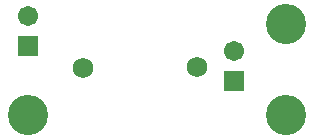
<source format=gbs>
G04 Layer_Color=16711935*
%FSAX25Y25*%
%MOIN*%
G70*
G01*
G75*
%ADD17C,0.13398*%
%ADD18R,0.06706X0.06706*%
%ADD19C,0.06706*%
%ADD20C,0.06902*%
D17*
X0289854Y0273248D02*
D03*
X0375878D02*
D03*
Y0303563D02*
D03*
D18*
X0358555Y0284311D02*
D03*
X0289854Y0296083D02*
D03*
D19*
X0358555Y0294311D02*
D03*
X0289854Y0306083D02*
D03*
D20*
X0308309Y0288799D02*
D03*
X0346203Y0288996D02*
D03*
M02*

</source>
